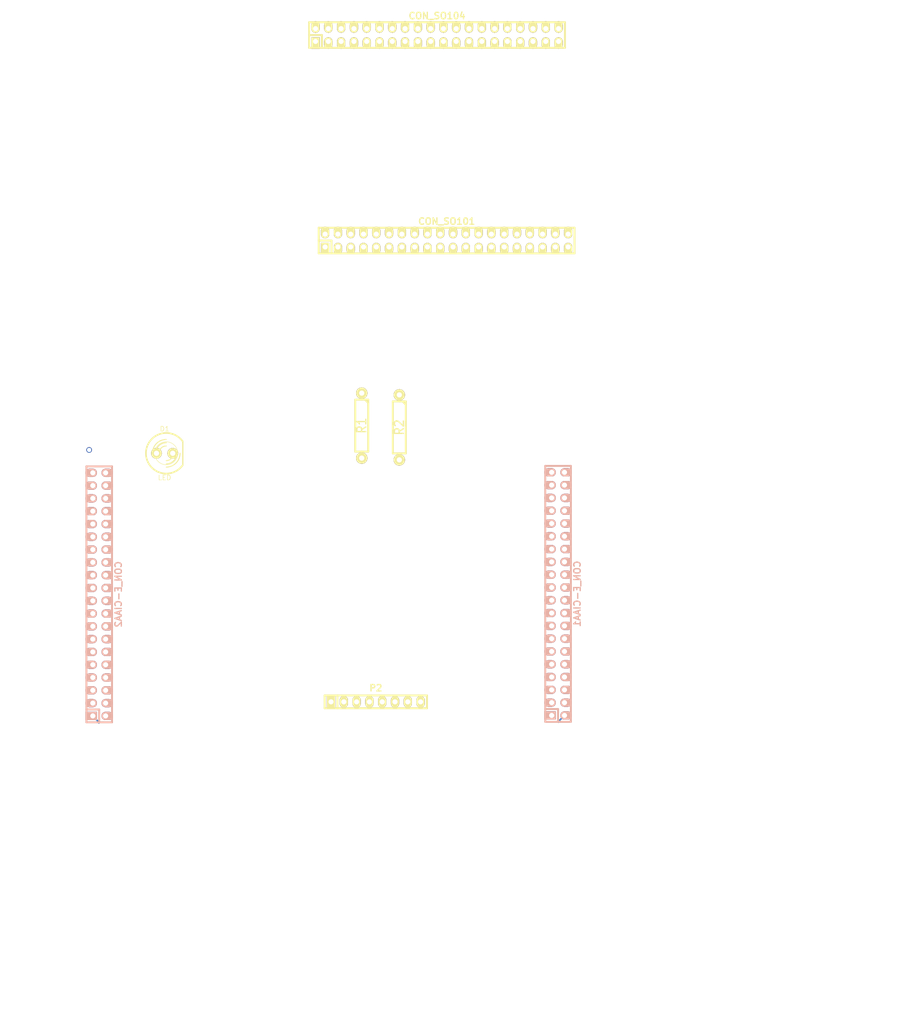
<source format=kicad_pcb>
(kicad_pcb (version 3) (host pcbnew "(2013-jul-07)-stable")

  (general
    (links 66)
    (no_connects 66)
    (area 72.017858 29.4864 218.084525 191.224945)
    (thickness 1.6)
    (drawings 10)
    (tracks 26)
    (zones 0)
    (modules 8)
    (nets 14)
  )

  (page A4)
  (title_block 
    (title rescatAR)
  )

  (layers
    (15 F.Cu signal)
    (0 B.Cu signal)
    (16 B.Adhes user)
    (17 F.Adhes user)
    (18 B.Paste user)
    (19 F.Paste user)
    (20 B.SilkS user)
    (21 F.SilkS user)
    (22 B.Mask user)
    (23 F.Mask user)
    (24 Dwgs.User user)
    (25 Cmts.User user)
    (26 Eco1.User user)
    (27 Eco2.User user)
    (28 Edge.Cuts user)
  )

  (setup
    (last_trace_width 0.254)
    (trace_clearance 0.254)
    (zone_clearance 0.508)
    (zone_45_only yes)
    (trace_min 0.254)
    (segment_width 0.2)
    (edge_width 0.15)
    (via_size 0.889)
    (via_drill 0.635)
    (via_min_size 0.889)
    (via_min_drill 0.508)
    (uvia_size 0.508)
    (uvia_drill 0.127)
    (uvias_allowed no)
    (uvia_min_size 0.508)
    (uvia_min_drill 0.127)
    (pcb_text_width 0.3)
    (pcb_text_size 1 1)
    (mod_edge_width 0.15)
    (mod_text_size 1 1)
    (mod_text_width 0.15)
    (pad_size 1 1)
    (pad_drill 0.6)
    (pad_to_mask_clearance 0)
    (aux_axis_origin 0 0)
    (visible_elements FFFFFFBF)
    (pcbplotparams
      (layerselection 3178497)
      (usegerberextensions true)
      (excludeedgelayer true)
      (linewidth 0.150000)
      (plotframeref false)
      (viasonmask false)
      (mode 1)
      (useauxorigin false)
      (hpglpennumber 1)
      (hpglpenspeed 20)
      (hpglpendiameter 15)
      (hpglpenoverlay 2)
      (psnegative false)
      (psa4output false)
      (plotreference true)
      (plotvalue true)
      (plotothertext true)
      (plotinvisibletext false)
      (padsonsilk false)
      (subtractmaskfromsilk false)
      (outputformat 1)
      (mirror false)
      (drillshape 1)
      (scaleselection 1)
      (outputdirectory ""))
  )

  (net 0 "")
  (net 1 /GE864_ON_OFF)
  (net 2 /GE864_RESET)
  (net 3 /I2C_SCL)
  (net 4 /I2C_SDA)
  (net 5 /RS232_RXD)
  (net 6 /RS232_TXD)
  (net 7 /STATUS_LED)
  (net 8 /VCC_3.3V)
  (net 9 /VCC_3.8V)
  (net 10 /VCC_5V)
  (net 11 GND)
  (net 12 N-000005)
  (net 13 N-000007)

  (net_class Default "This is the default net class."
    (clearance 0.254)
    (trace_width 0.254)
    (via_dia 0.889)
    (via_drill 0.635)
    (uvia_dia 0.508)
    (uvia_drill 0.127)
    (add_net "")
    (add_net /GE864_ON_OFF)
    (add_net /GE864_RESET)
    (add_net /I2C_SCL)
    (add_net /I2C_SDA)
    (add_net /RS232_RXD)
    (add_net /RS232_TXD)
    (add_net /STATUS_LED)
    (add_net /VCC_3.3V)
    (add_net /VCC_3.8V)
    (add_net /VCC_5V)
    (add_net GND)
    (add_net N-000005)
    (add_net N-000007)
  )

  (module pin_strip_2mm_20x2 (layer B.Cu) (tedit 52DEC8A1) (tstamp 563CFF98)
    (at 87.3 122.775 90)
    (descr "Pin strip 2mm 20x2pin")
    (tags "CONN DEV")
    (path /5398AC33)
    (fp_text reference CON_E-CIAA2 (at 0 3 90) (layer B.SilkS)
      (effects (font (size 1.016 1.016) (thickness 0.2032)) (justify mirror))
    )
    (fp_text value CONN_20X2 (at 0 5 90) (layer B.SilkS) hide
      (effects (font (size 1.016 0.889) (thickness 0.2032)) (justify mirror))
    )
    (fp_line (start -20 0) (end -18 0) (layer B.SilkS) (width 0.3048))
    (fp_line (start 20 2) (end 20 -2) (layer B.SilkS) (width 0.3048))
    (fp_line (start 20 -2) (end -20 -2) (layer B.SilkS) (width 0.3048))
    (fp_line (start -20 2) (end 20 2) (layer B.SilkS) (width 0.3048))
    (fp_line (start -20 -2) (end -20 2) (layer B.SilkS) (width 0.3048))
    (fp_line (start -18 0) (end -18 -2) (layer B.SilkS) (width 0.3048))
    (pad 1 thru_hole rect (at -19 -1 90) (size 1.3 1.8) (drill 0.8 (offset 0 -0.25))
      (layers *.Cu *.Mask B.SilkS)
      (net 8 /VCC_3.3V)
    )
    (pad 2 thru_hole oval (at -19 1 90) (size 1.3 1.8) (drill 0.8 (offset 0 0.25))
      (layers *.Cu *.Mask B.SilkS)
      (net 10 /VCC_5V)
    )
    (pad 3 thru_hole oval (at -17 -1 90) (size 1.3 1.8) (drill 0.8 (offset 0 -0.25))
      (layers *.Cu *.Mask B.SilkS)
      (net 11 GND)
    )
    (pad 4 thru_hole oval (at -17 1 90) (size 1.3 1.8) (drill 0.8 (offset 0 0.25))
      (layers *.Cu *.Mask B.SilkS)
    )
    (pad 5 thru_hole oval (at -15 -1 90) (size 1.3 1.8) (drill 0.8 (offset 0 -0.25))
      (layers *.Cu *.Mask B.SilkS)
      (net 11 GND)
    )
    (pad 6 thru_hole oval (at -15 1 90) (size 1.3 1.8) (drill 0.8 (offset 0 0.25))
      (layers *.Cu *.Mask B.SilkS)
    )
    (pad 7 thru_hole oval (at -13 -1 90) (size 1.3 1.8) (drill 0.8 (offset 0 -0.25))
      (layers *.Cu *.Mask B.SilkS)
      (net 11 GND)
    )
    (pad 8 thru_hole oval (at -13 1 90) (size 1.3 1.8) (drill 0.8 (offset 0 0.25))
      (layers *.Cu *.Mask B.SilkS)
    )
    (pad 9 thru_hole oval (at -11 -1 90) (size 1.3 1.8) (drill 0.8 (offset 0 -0.25))
      (layers *.Cu *.Mask B.SilkS)
    )
    (pad 10 thru_hole oval (at -11 1 90) (size 1.3 1.8) (drill 0.8 (offset 0 0.25))
      (layers *.Cu *.Mask B.SilkS)
    )
    (pad 11 thru_hole oval (at -9 -1 90) (size 1.3 1.8) (drill 0.8 (offset 0 -0.25))
      (layers *.Cu *.Mask B.SilkS)
      (net 11 GND)
    )
    (pad 12 thru_hole oval (at -9 1 90) (size 1.3 1.8) (drill 0.8 (offset 0 0.25))
      (layers *.Cu *.Mask B.SilkS)
    )
    (pad 13 thru_hole oval (at -7 -1 90) (size 1.3 1.8) (drill 0.8 (offset 0 -0.25))
      (layers *.Cu *.Mask B.SilkS)
      (net 11 GND)
    )
    (pad 14 thru_hole oval (at -7 1 90) (size 1.3 1.8) (drill 0.8 (offset 0 0.25))
      (layers *.Cu *.Mask B.SilkS)
    )
    (pad 15 thru_hole oval (at -5 -1 90) (size 1.3 1.8) (drill 0.8 (offset 0 -0.25))
      (layers *.Cu *.Mask B.SilkS)
    )
    (pad 16 thru_hole oval (at -5 1 90) (size 1.3 1.8) (drill 0.8 (offset 0 0.25))
      (layers *.Cu *.Mask B.SilkS)
    )
    (pad 17 thru_hole oval (at -3 -1 90) (size 1.3 1.8) (drill 0.8 (offset 0 -0.25))
      (layers *.Cu *.Mask B.SilkS)
      (net 11 GND)
    )
    (pad 18 thru_hole oval (at -3 1 90) (size 1.3 1.8) (drill 0.8 (offset 0 0.25))
      (layers *.Cu *.Mask B.SilkS)
    )
    (pad 19 thru_hole oval (at -1 -1 90) (size 1.3 1.8) (drill 0.8 (offset 0 -0.25))
      (layers *.Cu *.Mask B.SilkS)
      (net 11 GND)
    )
    (pad 20 thru_hole oval (at -1 1 90) (size 1.3 1.8) (drill 0.8 (offset 0 0.25))
      (layers *.Cu *.Mask B.SilkS)
    )
    (pad 21 thru_hole oval (at 1 -1 90) (size 1.3 1.8) (drill 0.8 (offset 0 -0.25))
      (layers *.Cu *.Mask B.SilkS)
    )
    (pad 22 thru_hole oval (at 1 1 90) (size 1.3 1.8) (drill 0.8 (offset 0 0.25))
      (layers *.Cu *.Mask B.SilkS)
    )
    (pad 23 thru_hole oval (at 3 -1 90) (size 1.3 1.8) (drill 0.8 (offset 0 -0.25))
      (layers *.Cu *.Mask B.SilkS)
    )
    (pad 24 thru_hole oval (at 3 1 90) (size 1.3 1.8) (drill 0.8 (offset 0 0.25))
      (layers *.Cu *.Mask B.SilkS)
    )
    (pad 25 thru_hole oval (at 5 -1 90) (size 1.3 1.8) (drill 0.8 (offset 0 -0.25))
      (layers *.Cu *.Mask B.SilkS)
      (net 11 GND)
    )
    (pad 26 thru_hole oval (at 5 1 90) (size 1.3 1.8) (drill 0.8 (offset 0 0.25))
      (layers *.Cu *.Mask B.SilkS)
    )
    (pad 27 thru_hole oval (at 7 -1 90) (size 1.3 1.8) (drill 0.8 (offset 0 -0.25))
      (layers *.Cu *.Mask B.SilkS)
      (net 11 GND)
    )
    (pad 28 thru_hole oval (at 7 1 90) (size 1.3 1.8) (drill 0.8 (offset 0 0.25))
      (layers *.Cu *.Mask B.SilkS)
    )
    (pad 29 thru_hole oval (at 9 -1 90) (size 1.3 1.8) (drill 0.8 (offset 0 -0.25))
      (layers *.Cu *.Mask B.SilkS)
    )
    (pad 30 thru_hole oval (at 9 1 90) (size 1.3 1.8) (drill 0.8 (offset 0 0.25))
      (layers *.Cu *.Mask B.SilkS)
    )
    (pad 31 thru_hole oval (at 11 -1 90) (size 1.3 1.8) (drill 0.8 (offset 0 -0.25))
      (layers *.Cu *.Mask B.SilkS)
    )
    (pad 32 thru_hole oval (at 11 1 90) (size 1.3 1.8) (drill 0.8 (offset 0 0.25))
      (layers *.Cu *.Mask B.SilkS)
    )
    (pad 33 thru_hole oval (at 13 -1 90) (size 1.3 1.8) (drill 0.8 (offset 0 -0.25))
      (layers *.Cu *.Mask B.SilkS)
      (net 2 /GE864_RESET)
    )
    (pad 34 thru_hole oval (at 13 1 90) (size 1.3 1.8) (drill 0.8 (offset 0 0.25))
      (layers *.Cu *.Mask B.SilkS)
    )
    (pad 35 thru_hole oval (at 15 -1 90) (size 1.3 1.8) (drill 0.8 (offset 0 -0.25))
      (layers *.Cu *.Mask B.SilkS)
      (net 1 /GE864_ON_OFF)
    )
    (pad 36 thru_hole oval (at 15 1 90) (size 1.3 1.8) (drill 0.8 (offset 0 0.25))
      (layers *.Cu *.Mask B.SilkS)
    )
    (pad 37 thru_hole oval (at 17 -1 90) (size 1.3 1.8) (drill 0.8 (offset 0 -0.25))
      (layers *.Cu *.Mask B.SilkS)
      (net 11 GND)
    )
    (pad 38 thru_hole oval (at 17 1 90) (size 1.3 1.8) (drill 0.8 (offset 0 0.25))
      (layers *.Cu *.Mask B.SilkS)
    )
    (pad 39 thru_hole oval (at 19 -1 90) (size 1.3 1.8) (drill 0.8 (offset 0 -0.25))
      (layers *.Cu *.Mask B.SilkS)
      (net 11 GND)
    )
    (pad 40 thru_hole oval (at 19 1 90) (size 1.3 1.8) (drill 0.8 (offset 0 0.25))
      (layers *.Cu *.Mask B.SilkS)
    )
    (model walter/pin_strip/pin_strip_2mm_20x2.wrl
      (at (xyz 0 0 0))
      (scale (xyz 1 1 1))
      (rotate (xyz 0 0 0))
    )
  )

  (module R4-LARGE_PADS (layer F.Cu) (tedit 47E2673E) (tstamp 563CF0B0)
    (at 128.35 96.4 270)
    (descr "Resitance 4 pas")
    (tags R)
    (path /5617B2E5)
    (autoplace_cost180 10)
    (fp_text reference R1 (at 0 0 270) (layer F.SilkS)
      (effects (font (size 1.397 1.27) (thickness 0.2032)))
    )
    (fp_text value 330k (at 0 0 270) (layer F.SilkS) hide
      (effects (font (size 1.397 1.27) (thickness 0.2032)))
    )
    (fp_line (start -5.08 0) (end -4.064 0) (layer F.SilkS) (width 0.3048))
    (fp_line (start -4.064 0) (end -4.064 -1.016) (layer F.SilkS) (width 0.3048))
    (fp_line (start -4.064 -1.016) (end 4.064 -1.016) (layer F.SilkS) (width 0.3048))
    (fp_line (start 4.064 -1.016) (end 4.064 1.016) (layer F.SilkS) (width 0.3048))
    (fp_line (start 4.064 1.016) (end -4.064 1.016) (layer F.SilkS) (width 0.3048))
    (fp_line (start -4.064 1.016) (end -4.064 0) (layer F.SilkS) (width 0.3048))
    (fp_line (start -4.064 -0.508) (end -3.556 -1.016) (layer F.SilkS) (width 0.3048))
    (fp_line (start 5.08 0) (end 4.064 0) (layer F.SilkS) (width 0.3048))
    (pad 1 thru_hole circle (at -5.08 0 270) (size 1.778 1.778) (drill 0.8128)
      (layers *.Cu *.Mask F.SilkS)
      (net 7 /STATUS_LED)
    )
    (pad 2 thru_hole circle (at 5.08 0 270) (size 1.778 1.778) (drill 0.8128)
      (layers *.Cu *.Mask F.SilkS)
      (net 11 GND)
    )
    (model discret/resistor.wrl
      (at (xyz 0 0 0))
      (scale (xyz 0.4 0.4 0.4))
      (rotate (xyz 0 0 0))
    )
  )

  (module R4-LARGE_PADS (layer F.Cu) (tedit 47E2673E) (tstamp 563CF0BE)
    (at 134.225 96.675 270)
    (descr "Resitance 4 pas")
    (tags R)
    (path /5617B2F2)
    (autoplace_cost180 10)
    (fp_text reference R2 (at 0 0 270) (layer F.SilkS)
      (effects (font (size 1.397 1.27) (thickness 0.2032)))
    )
    (fp_text value 10k (at 0 0 270) (layer F.SilkS) hide
      (effects (font (size 1.397 1.27) (thickness 0.2032)))
    )
    (fp_line (start -5.08 0) (end -4.064 0) (layer F.SilkS) (width 0.3048))
    (fp_line (start -4.064 0) (end -4.064 -1.016) (layer F.SilkS) (width 0.3048))
    (fp_line (start -4.064 -1.016) (end 4.064 -1.016) (layer F.SilkS) (width 0.3048))
    (fp_line (start 4.064 -1.016) (end 4.064 1.016) (layer F.SilkS) (width 0.3048))
    (fp_line (start 4.064 1.016) (end -4.064 1.016) (layer F.SilkS) (width 0.3048))
    (fp_line (start -4.064 1.016) (end -4.064 0) (layer F.SilkS) (width 0.3048))
    (fp_line (start -4.064 -0.508) (end -3.556 -1.016) (layer F.SilkS) (width 0.3048))
    (fp_line (start 5.08 0) (end 4.064 0) (layer F.SilkS) (width 0.3048))
    (pad 1 thru_hole circle (at -5.08 0 270) (size 1.778 1.778) (drill 0.8128)
      (layers *.Cu *.Mask F.SilkS)
      (net 7 /STATUS_LED)
    )
    (pad 2 thru_hole circle (at 5.08 0 270) (size 1.778 1.778) (drill 0.8128)
      (layers *.Cu *.Mask F.SilkS)
      (net 13 N-000007)
    )
    (model discret/resistor.wrl
      (at (xyz 0 0 0))
      (scale (xyz 0.4 0.4 0.4))
      (rotate (xyz 0 0 0))
    )
  )

  (module pin_strip_2mm_20x2 (layer B.Cu) (tedit 52DEC8A1) (tstamp 563CFE66)
    (at 159.05 122.7 90)
    (descr "Pin strip 2mm 20x2pin")
    (tags "CONN DEV")
    (path /5398AC24)
    (fp_text reference CON_E-CIAA1 (at 0 3 90) (layer B.SilkS)
      (effects (font (size 1.016 1.016) (thickness 0.2032)) (justify mirror))
    )
    (fp_text value CONN_20X2 (at 0 5 90) (layer B.SilkS) hide
      (effects (font (size 1.016 0.889) (thickness 0.2032)) (justify mirror))
    )
    (fp_line (start -20 0) (end -18 0) (layer B.SilkS) (width 0.3048))
    (fp_line (start 20 2) (end 20 -2) (layer B.SilkS) (width 0.3048))
    (fp_line (start 20 -2) (end -20 -2) (layer B.SilkS) (width 0.3048))
    (fp_line (start -20 2) (end 20 2) (layer B.SilkS) (width 0.3048))
    (fp_line (start -20 -2) (end -20 2) (layer B.SilkS) (width 0.3048))
    (fp_line (start -18 0) (end -18 -2) (layer B.SilkS) (width 0.3048))
    (pad 1 thru_hole rect (at -19 -1 90) (size 1.3 1.8) (drill 0.8 (offset 0 -0.25))
      (layers *.Cu *.Mask B.SilkS)
      (net 8 /VCC_3.3V)
    )
    (pad 2 thru_hole oval (at -19 1 90) (size 1.3 1.8) (drill 0.8 (offset 0 0.25))
      (layers *.Cu *.Mask B.SilkS)
      (net 10 /VCC_5V)
    )
    (pad 3 thru_hole oval (at -17 -1 90) (size 1.3 1.8) (drill 0.8 (offset 0 -0.25))
      (layers *.Cu *.Mask B.SilkS)
    )
    (pad 4 thru_hole oval (at -17 1 90) (size 1.3 1.8) (drill 0.8 (offset 0 0.25))
      (layers *.Cu *.Mask B.SilkS)
      (net 11 GND)
    )
    (pad 5 thru_hole oval (at -15 -1 90) (size 1.3 1.8) (drill 0.8 (offset 0 -0.25))
      (layers *.Cu *.Mask B.SilkS)
    )
    (pad 6 thru_hole oval (at -15 1 90) (size 1.3 1.8) (drill 0.8 (offset 0 0.25))
      (layers *.Cu *.Mask B.SilkS)
    )
    (pad 7 thru_hole oval (at -13 -1 90) (size 1.3 1.8) (drill 0.8 (offset 0 -0.25))
      (layers *.Cu *.Mask B.SilkS)
    )
    (pad 8 thru_hole oval (at -13 1 90) (size 1.3 1.8) (drill 0.8 (offset 0 0.25))
      (layers *.Cu *.Mask B.SilkS)
    )
    (pad 9 thru_hole oval (at -11 -1 90) (size 1.3 1.8) (drill 0.8 (offset 0 -0.25))
      (layers *.Cu *.Mask B.SilkS)
    )
    (pad 10 thru_hole oval (at -11 1 90) (size 1.3 1.8) (drill 0.8 (offset 0 0.25))
      (layers *.Cu *.Mask B.SilkS)
    )
    (pad 11 thru_hole oval (at -9 -1 90) (size 1.3 1.8) (drill 0.8 (offset 0 -0.25))
      (layers *.Cu *.Mask B.SilkS)
    )
    (pad 12 thru_hole oval (at -9 1 90) (size 1.3 1.8) (drill 0.8 (offset 0 0.25))
      (layers *.Cu *.Mask B.SilkS)
    )
    (pad 13 thru_hole oval (at -7 -1 90) (size 1.3 1.8) (drill 0.8 (offset 0 -0.25))
      (layers *.Cu *.Mask B.SilkS)
    )
    (pad 14 thru_hole oval (at -7 1 90) (size 1.3 1.8) (drill 0.8 (offset 0 0.25))
      (layers *.Cu *.Mask B.SilkS)
    )
    (pad 15 thru_hole oval (at -5 -1 90) (size 1.3 1.8) (drill 0.8 (offset 0 -0.25))
      (layers *.Cu *.Mask B.SilkS)
    )
    (pad 16 thru_hole oval (at -5 1 90) (size 1.3 1.8) (drill 0.8 (offset 0 0.25))
      (layers *.Cu *.Mask B.SilkS)
    )
    (pad 17 thru_hole oval (at -3 -1 90) (size 1.3 1.8) (drill 0.8 (offset 0 -0.25))
      (layers *.Cu *.Mask B.SilkS)
    )
    (pad 18 thru_hole oval (at -3 1 90) (size 1.3 1.8) (drill 0.8 (offset 0 0.25))
      (layers *.Cu *.Mask B.SilkS)
    )
    (pad 19 thru_hole oval (at -1 -1 90) (size 1.3 1.8) (drill 0.8 (offset 0 -0.25))
      (layers *.Cu *.Mask B.SilkS)
      (net 4 /I2C_SDA)
    )
    (pad 20 thru_hole oval (at -1 1 90) (size 1.3 1.8) (drill 0.8 (offset 0 0.25))
      (layers *.Cu *.Mask B.SilkS)
      (net 11 GND)
    )
    (pad 21 thru_hole oval (at 1 -1 90) (size 1.3 1.8) (drill 0.8 (offset 0 -0.25))
      (layers *.Cu *.Mask B.SilkS)
      (net 3 /I2C_SCL)
    )
    (pad 22 thru_hole oval (at 1 1 90) (size 1.3 1.8) (drill 0.8 (offset 0 0.25))
      (layers *.Cu *.Mask B.SilkS)
      (net 11 GND)
    )
    (pad 23 thru_hole oval (at 3 -1 90) (size 1.3 1.8) (drill 0.8 (offset 0 -0.25))
      (layers *.Cu *.Mask B.SilkS)
      (net 5 /RS232_RXD)
    )
    (pad 24 thru_hole oval (at 3 1 90) (size 1.3 1.8) (drill 0.8 (offset 0 0.25))
      (layers *.Cu *.Mask B.SilkS)
      (net 11 GND)
    )
    (pad 25 thru_hole oval (at 5 -1 90) (size 1.3 1.8) (drill 0.8 (offset 0 -0.25))
      (layers *.Cu *.Mask B.SilkS)
      (net 6 /RS232_TXD)
    )
    (pad 26 thru_hole oval (at 5 1 90) (size 1.3 1.8) (drill 0.8 (offset 0 0.25))
      (layers *.Cu *.Mask B.SilkS)
      (net 11 GND)
    )
    (pad 27 thru_hole oval (at 7 -1 90) (size 1.3 1.8) (drill 0.8 (offset 0 -0.25))
      (layers *.Cu *.Mask B.SilkS)
    )
    (pad 28 thru_hole oval (at 7 1 90) (size 1.3 1.8) (drill 0.8 (offset 0 0.25))
      (layers *.Cu *.Mask B.SilkS)
      (net 11 GND)
    )
    (pad 29 thru_hole oval (at 9 -1 90) (size 1.3 1.8) (drill 0.8 (offset 0 -0.25))
      (layers *.Cu *.Mask B.SilkS)
    )
    (pad 30 thru_hole oval (at 9 1 90) (size 1.3 1.8) (drill 0.8 (offset 0 0.25))
      (layers *.Cu *.Mask B.SilkS)
      (net 11 GND)
    )
    (pad 31 thru_hole oval (at 11 -1 90) (size 1.3 1.8) (drill 0.8 (offset 0 -0.25))
      (layers *.Cu *.Mask B.SilkS)
    )
    (pad 32 thru_hole oval (at 11 1 90) (size 1.3 1.8) (drill 0.8 (offset 0 0.25))
      (layers *.Cu *.Mask B.SilkS)
      (net 11 GND)
    )
    (pad 33 thru_hole oval (at 13 -1 90) (size 1.3 1.8) (drill 0.8 (offset 0 -0.25))
      (layers *.Cu *.Mask B.SilkS)
    )
    (pad 34 thru_hole oval (at 13 1 90) (size 1.3 1.8) (drill 0.8 (offset 0 0.25))
      (layers *.Cu *.Mask B.SilkS)
    )
    (pad 35 thru_hole oval (at 15 -1 90) (size 1.3 1.8) (drill 0.8 (offset 0 -0.25))
      (layers *.Cu *.Mask B.SilkS)
    )
    (pad 36 thru_hole oval (at 15 1 90) (size 1.3 1.8) (drill 0.8 (offset 0 0.25))
      (layers *.Cu *.Mask B.SilkS)
    )
    (pad 37 thru_hole oval (at 17 -1 90) (size 1.3 1.8) (drill 0.8 (offset 0 -0.25))
      (layers *.Cu *.Mask B.SilkS)
    )
    (pad 38 thru_hole oval (at 17 1 90) (size 1.3 1.8) (drill 0.8 (offset 0 0.25))
      (layers *.Cu *.Mask B.SilkS)
      (net 11 GND)
    )
    (pad 39 thru_hole oval (at 19 -1 90) (size 1.3 1.8) (drill 0.8 (offset 0 -0.25))
      (layers *.Cu *.Mask B.SilkS)
    )
    (pad 40 thru_hole oval (at 19 1 90) (size 1.3 1.8) (drill 0.8 (offset 0 0.25))
      (layers *.Cu *.Mask B.SilkS)
      (net 11 GND)
    )
    (model walter/pin_strip/pin_strip_2mm_20x2.wrl
      (at (xyz 0 0 0))
      (scale (xyz 1 1 1))
      (rotate (xyz 0 0 0))
    )
  )

  (module pin_strip_2mm_20x2 (layer F.Cu) (tedit 52DEC8A1) (tstamp 563CF162)
    (at 140.125 35.35)
    (descr "Pin strip 2mm 20x2pin")
    (tags "CONN DEV")
    (path /56174B48)
    (fp_text reference CON_SO104 (at 0 -3) (layer F.SilkS)
      (effects (font (size 1.016 1.016) (thickness 0.2032)))
    )
    (fp_text value CONN_20X2 (at 0 -5) (layer F.SilkS) hide
      (effects (font (size 1.016 0.889) (thickness 0.2032)))
    )
    (fp_line (start -20 0) (end -18 0) (layer F.SilkS) (width 0.3048))
    (fp_line (start 20 -2) (end 20 2) (layer F.SilkS) (width 0.3048))
    (fp_line (start 20 2) (end -20 2) (layer F.SilkS) (width 0.3048))
    (fp_line (start -20 -2) (end 20 -2) (layer F.SilkS) (width 0.3048))
    (fp_line (start -20 2) (end -20 -2) (layer F.SilkS) (width 0.3048))
    (fp_line (start -18 0) (end -18 2) (layer F.SilkS) (width 0.3048))
    (pad 1 thru_hole rect (at -19 1) (size 1.3 1.8) (drill 0.8 (offset 0 0.25))
      (layers *.Cu *.Mask F.SilkS)
      (net 9 /VCC_3.8V)
    )
    (pad 2 thru_hole oval (at -19 -1) (size 1.3 1.8) (drill 0.8 (offset 0 -0.25))
      (layers *.Cu *.Mask F.SilkS)
      (net 9 /VCC_3.8V)
    )
    (pad 3 thru_hole oval (at -17 1) (size 1.3 1.8) (drill 0.8 (offset 0 0.25))
      (layers *.Cu *.Mask F.SilkS)
      (net 9 /VCC_3.8V)
    )
    (pad 4 thru_hole oval (at -17 -1) (size 1.3 1.8) (drill 0.8 (offset 0 -0.25))
      (layers *.Cu *.Mask F.SilkS)
      (net 9 /VCC_3.8V)
    )
    (pad 5 thru_hole oval (at -15 1) (size 1.3 1.8) (drill 0.8 (offset 0 0.25))
      (layers *.Cu *.Mask F.SilkS)
      (net 11 GND)
    )
    (pad 6 thru_hole oval (at -15 -1) (size 1.3 1.8) (drill 0.8 (offset 0 -0.25))
      (layers *.Cu *.Mask F.SilkS)
      (net 11 GND)
    )
    (pad 7 thru_hole oval (at -13 1) (size 1.3 1.8) (drill 0.8 (offset 0 0.25))
      (layers *.Cu *.Mask F.SilkS)
      (net 11 GND)
    )
    (pad 8 thru_hole oval (at -13 -1) (size 1.3 1.8) (drill 0.8 (offset 0 -0.25))
      (layers *.Cu *.Mask F.SilkS)
      (net 11 GND)
    )
    (pad 9 thru_hole oval (at -11 1) (size 1.3 1.8) (drill 0.8 (offset 0 0.25))
      (layers *.Cu *.Mask F.SilkS)
    )
    (pad 10 thru_hole oval (at -11 -1) (size 1.3 1.8) (drill 0.8 (offset 0 -0.25))
      (layers *.Cu *.Mask F.SilkS)
    )
    (pad 11 thru_hole oval (at -9 1) (size 1.3 1.8) (drill 0.8 (offset 0 0.25))
      (layers *.Cu *.Mask F.SilkS)
      (net 11 GND)
    )
    (pad 12 thru_hole oval (at -9 -1) (size 1.3 1.8) (drill 0.8 (offset 0 -0.25))
      (layers *.Cu *.Mask F.SilkS)
      (net 11 GND)
    )
    (pad 13 thru_hole oval (at -7 1) (size 1.3 1.8) (drill 0.8 (offset 0 0.25))
      (layers *.Cu *.Mask F.SilkS)
      (net 11 GND)
    )
    (pad 14 thru_hole oval (at -7 -1) (size 1.3 1.8) (drill 0.8 (offset 0 -0.25))
      (layers *.Cu *.Mask F.SilkS)
      (net 11 GND)
    )
    (pad 15 thru_hole oval (at -5 1) (size 1.3 1.8) (drill 0.8 (offset 0 0.25))
      (layers *.Cu *.Mask F.SilkS)
      (net 1 /GE864_ON_OFF)
    )
    (pad 16 thru_hole oval (at -5 -1) (size 1.3 1.8) (drill 0.8 (offset 0 -0.25))
      (layers *.Cu *.Mask F.SilkS)
    )
    (pad 17 thru_hole oval (at -3 1) (size 1.3 1.8) (drill 0.8 (offset 0 0.25))
      (layers *.Cu *.Mask F.SilkS)
      (net 2 /GE864_RESET)
    )
    (pad 18 thru_hole oval (at -3 -1) (size 1.3 1.8) (drill 0.8 (offset 0 -0.25))
      (layers *.Cu *.Mask F.SilkS)
    )
    (pad 19 thru_hole oval (at -1 1) (size 1.3 1.8) (drill 0.8 (offset 0 0.25))
      (layers *.Cu *.Mask F.SilkS)
    )
    (pad 20 thru_hole oval (at -1 -1) (size 1.3 1.8) (drill 0.8 (offset 0 -0.25))
      (layers *.Cu *.Mask F.SilkS)
    )
    (pad 21 thru_hole oval (at 1 1) (size 1.3 1.8) (drill 0.8 (offset 0 0.25))
      (layers *.Cu *.Mask F.SilkS)
      (net 7 /STATUS_LED)
    )
    (pad 22 thru_hole oval (at 1 -1) (size 1.3 1.8) (drill 0.8 (offset 0 -0.25))
      (layers *.Cu *.Mask F.SilkS)
    )
    (pad 23 thru_hole oval (at 3 1) (size 1.3 1.8) (drill 0.8 (offset 0 0.25))
      (layers *.Cu *.Mask F.SilkS)
    )
    (pad 24 thru_hole oval (at 3 -1) (size 1.3 1.8) (drill 0.8 (offset 0 -0.25))
      (layers *.Cu *.Mask F.SilkS)
    )
    (pad 25 thru_hole oval (at 5 1) (size 1.3 1.8) (drill 0.8 (offset 0 0.25))
      (layers *.Cu *.Mask F.SilkS)
      (net 11 GND)
    )
    (pad 26 thru_hole oval (at 5 -1) (size 1.3 1.8) (drill 0.8 (offset 0 -0.25))
      (layers *.Cu *.Mask F.SilkS)
      (net 11 GND)
    )
    (pad 27 thru_hole oval (at 7 1) (size 1.3 1.8) (drill 0.8 (offset 0 0.25))
      (layers *.Cu *.Mask F.SilkS)
      (net 11 GND)
    )
    (pad 28 thru_hole oval (at 7 -1) (size 1.3 1.8) (drill 0.8 (offset 0 -0.25))
      (layers *.Cu *.Mask F.SilkS)
      (net 11 GND)
    )
    (pad 29 thru_hole oval (at 9 1) (size 1.3 1.8) (drill 0.8 (offset 0 0.25))
      (layers *.Cu *.Mask F.SilkS)
    )
    (pad 30 thru_hole oval (at 9 -1) (size 1.3 1.8) (drill 0.8 (offset 0 -0.25))
      (layers *.Cu *.Mask F.SilkS)
    )
    (pad 31 thru_hole oval (at 11 1) (size 1.3 1.8) (drill 0.8 (offset 0 0.25))
      (layers *.Cu *.Mask F.SilkS)
    )
    (pad 32 thru_hole oval (at 11 -1) (size 1.3 1.8) (drill 0.8 (offset 0 -0.25))
      (layers *.Cu *.Mask F.SilkS)
    )
    (pad 33 thru_hole oval (at 13 1) (size 1.3 1.8) (drill 0.8 (offset 0 0.25))
      (layers *.Cu *.Mask F.SilkS)
    )
    (pad 34 thru_hole oval (at 13 -1) (size 1.3 1.8) (drill 0.8 (offset 0 -0.25))
      (layers *.Cu *.Mask F.SilkS)
    )
    (pad 35 thru_hole oval (at 15 1) (size 1.3 1.8) (drill 0.8 (offset 0 0.25))
      (layers *.Cu *.Mask F.SilkS)
    )
    (pad 36 thru_hole oval (at 15 -1) (size 1.3 1.8) (drill 0.8 (offset 0 -0.25))
      (layers *.Cu *.Mask F.SilkS)
    )
    (pad 37 thru_hole oval (at 17 1) (size 1.3 1.8) (drill 0.8 (offset 0 0.25))
      (layers *.Cu *.Mask F.SilkS)
    )
    (pad 38 thru_hole oval (at 17 -1) (size 1.3 1.8) (drill 0.8 (offset 0 -0.25))
      (layers *.Cu *.Mask F.SilkS)
      (net 11 GND)
    )
    (pad 39 thru_hole oval (at 19 1) (size 1.3 1.8) (drill 0.8 (offset 0 0.25))
      (layers *.Cu *.Mask F.SilkS)
      (net 11 GND)
    )
    (pad 40 thru_hole oval (at 19 -1) (size 1.3 1.8) (drill 0.8 (offset 0 -0.25))
      (layers *.Cu *.Mask F.SilkS)
      (net 11 GND)
    )
    (model walter/pin_strip/pin_strip_2mm_20x2.wrl
      (at (xyz 0 0 0))
      (scale (xyz 1 1 1))
      (rotate (xyz 0 0 0))
    )
  )

  (module pin_strip_2mm_20x2 (layer F.Cu) (tedit 52DEC8A1) (tstamp 563CF194)
    (at 141.625 67.475)
    (descr "Pin strip 2mm 20x2pin")
    (tags "CONN DEV")
    (path /56174B67)
    (fp_text reference CON_SO101 (at 0 -3) (layer F.SilkS)
      (effects (font (size 1.016 1.016) (thickness 0.2032)))
    )
    (fp_text value CONN_20X2 (at 0 -5) (layer F.SilkS) hide
      (effects (font (size 1.016 0.889) (thickness 0.2032)))
    )
    (fp_line (start -20 0) (end -18 0) (layer F.SilkS) (width 0.3048))
    (fp_line (start 20 -2) (end 20 2) (layer F.SilkS) (width 0.3048))
    (fp_line (start 20 2) (end -20 2) (layer F.SilkS) (width 0.3048))
    (fp_line (start -20 -2) (end 20 -2) (layer F.SilkS) (width 0.3048))
    (fp_line (start -20 2) (end -20 -2) (layer F.SilkS) (width 0.3048))
    (fp_line (start -18 0) (end -18 2) (layer F.SilkS) (width 0.3048))
    (pad 1 thru_hole rect (at -19 1) (size 1.3 1.8) (drill 0.8 (offset 0 0.25))
      (layers *.Cu *.Mask F.SilkS)
    )
    (pad 2 thru_hole oval (at -19 -1) (size 1.3 1.8) (drill 0.8 (offset 0 -0.25))
      (layers *.Cu *.Mask F.SilkS)
    )
    (pad 3 thru_hole oval (at -17 1) (size 1.3 1.8) (drill 0.8 (offset 0 0.25))
      (layers *.Cu *.Mask F.SilkS)
    )
    (pad 4 thru_hole oval (at -17 -1) (size 1.3 1.8) (drill 0.8 (offset 0 -0.25))
      (layers *.Cu *.Mask F.SilkS)
    )
    (pad 5 thru_hole oval (at -15 1) (size 1.3 1.8) (drill 0.8 (offset 0 0.25))
      (layers *.Cu *.Mask F.SilkS)
      (net 11 GND)
    )
    (pad 6 thru_hole oval (at -15 -1) (size 1.3 1.8) (drill 0.8 (offset 0 -0.25))
      (layers *.Cu *.Mask F.SilkS)
    )
    (pad 7 thru_hole oval (at -13 1) (size 1.3 1.8) (drill 0.8 (offset 0 0.25))
      (layers *.Cu *.Mask F.SilkS)
    )
    (pad 8 thru_hole oval (at -13 -1) (size 1.3 1.8) (drill 0.8 (offset 0 -0.25))
      (layers *.Cu *.Mask F.SilkS)
    )
    (pad 9 thru_hole oval (at -11 1) (size 1.3 1.8) (drill 0.8 (offset 0 0.25))
      (layers *.Cu *.Mask F.SilkS)
    )
    (pad 10 thru_hole oval (at -11 -1) (size 1.3 1.8) (drill 0.8 (offset 0 -0.25))
      (layers *.Cu *.Mask F.SilkS)
    )
    (pad 11 thru_hole oval (at -9 1) (size 1.3 1.8) (drill 0.8 (offset 0 0.25))
      (layers *.Cu *.Mask F.SilkS)
      (net 11 GND)
    )
    (pad 12 thru_hole oval (at -9 -1) (size 1.3 1.8) (drill 0.8 (offset 0 -0.25))
      (layers *.Cu *.Mask F.SilkS)
      (net 11 GND)
    )
    (pad 13 thru_hole oval (at -7 1) (size 1.3 1.8) (drill 0.8 (offset 0 0.25))
      (layers *.Cu *.Mask F.SilkS)
      (net 11 GND)
    )
    (pad 14 thru_hole oval (at -7 -1) (size 1.3 1.8) (drill 0.8 (offset 0 -0.25))
      (layers *.Cu *.Mask F.SilkS)
      (net 11 GND)
    )
    (pad 15 thru_hole oval (at -5 1) (size 1.3 1.8) (drill 0.8 (offset 0 0.25))
      (layers *.Cu *.Mask F.SilkS)
    )
    (pad 16 thru_hole oval (at -5 -1) (size 1.3 1.8) (drill 0.8 (offset 0 -0.25))
      (layers *.Cu *.Mask F.SilkS)
      (net 5 /RS232_RXD)
    )
    (pad 17 thru_hole oval (at -3 1) (size 1.3 1.8) (drill 0.8 (offset 0 0.25))
      (layers *.Cu *.Mask F.SilkS)
      (net 6 /RS232_TXD)
    )
    (pad 18 thru_hole oval (at -3 -1) (size 1.3 1.8) (drill 0.8 (offset 0 -0.25))
      (layers *.Cu *.Mask F.SilkS)
    )
    (pad 19 thru_hole oval (at -1 1) (size 1.3 1.8) (drill 0.8 (offset 0 0.25))
      (layers *.Cu *.Mask F.SilkS)
      (net 11 GND)
    )
    (pad 20 thru_hole oval (at -1 -1) (size 1.3 1.8) (drill 0.8 (offset 0 -0.25))
      (layers *.Cu *.Mask F.SilkS)
    )
    (pad 21 thru_hole oval (at 1 1) (size 1.3 1.8) (drill 0.8 (offset 0 0.25))
      (layers *.Cu *.Mask F.SilkS)
    )
    (pad 22 thru_hole oval (at 1 -1) (size 1.3 1.8) (drill 0.8 (offset 0 -0.25))
      (layers *.Cu *.Mask F.SilkS)
    )
    (pad 23 thru_hole oval (at 3 1) (size 1.3 1.8) (drill 0.8 (offset 0 0.25))
      (layers *.Cu *.Mask F.SilkS)
    )
    (pad 24 thru_hole oval (at 3 -1) (size 1.3 1.8) (drill 0.8 (offset 0 -0.25))
      (layers *.Cu *.Mask F.SilkS)
    )
    (pad 25 thru_hole oval (at 5 1) (size 1.3 1.8) (drill 0.8 (offset 0 0.25))
      (layers *.Cu *.Mask F.SilkS)
      (net 11 GND)
    )
    (pad 26 thru_hole oval (at 5 -1) (size 1.3 1.8) (drill 0.8 (offset 0 -0.25))
      (layers *.Cu *.Mask F.SilkS)
      (net 11 GND)
    )
    (pad 27 thru_hole oval (at 7 1) (size 1.3 1.8) (drill 0.8 (offset 0 0.25))
      (layers *.Cu *.Mask F.SilkS)
      (net 11 GND)
    )
    (pad 28 thru_hole oval (at 7 -1) (size 1.3 1.8) (drill 0.8 (offset 0 -0.25))
      (layers *.Cu *.Mask F.SilkS)
      (net 11 GND)
    )
    (pad 29 thru_hole oval (at 9 1) (size 1.3 1.8) (drill 0.8 (offset 0 0.25))
      (layers *.Cu *.Mask F.SilkS)
    )
    (pad 30 thru_hole oval (at 9 -1) (size 1.3 1.8) (drill 0.8 (offset 0 -0.25))
      (layers *.Cu *.Mask F.SilkS)
    )
    (pad 31 thru_hole oval (at 11 1) (size 1.3 1.8) (drill 0.8 (offset 0 0.25))
      (layers *.Cu *.Mask F.SilkS)
    )
    (pad 32 thru_hole oval (at 11 -1) (size 1.3 1.8) (drill 0.8 (offset 0 -0.25))
      (layers *.Cu *.Mask F.SilkS)
    )
    (pad 33 thru_hole oval (at 13 1) (size 1.3 1.8) (drill 0.8 (offset 0 0.25))
      (layers *.Cu *.Mask F.SilkS)
    )
    (pad 34 thru_hole oval (at 13 -1) (size 1.3 1.8) (drill 0.8 (offset 0 -0.25))
      (layers *.Cu *.Mask F.SilkS)
    )
    (pad 35 thru_hole oval (at 15 1) (size 1.3 1.8) (drill 0.8 (offset 0 0.25))
      (layers *.Cu *.Mask F.SilkS)
    )
    (pad 36 thru_hole oval (at 15 -1) (size 1.3 1.8) (drill 0.8 (offset 0 -0.25))
      (layers *.Cu *.Mask F.SilkS)
    )
    (pad 37 thru_hole oval (at 17 1) (size 1.3 1.8) (drill 0.8 (offset 0 0.25))
      (layers *.Cu *.Mask F.SilkS)
    )
    (pad 38 thru_hole oval (at 17 -1) (size 1.3 1.8) (drill 0.8 (offset 0 -0.25))
      (layers *.Cu *.Mask F.SilkS)
      (net 11 GND)
    )
    (pad 39 thru_hole oval (at 19 1) (size 1.3 1.8) (drill 0.8 (offset 0 0.25))
      (layers *.Cu *.Mask F.SilkS)
      (net 11 GND)
    )
    (pad 40 thru_hole oval (at 19 -1) (size 1.3 1.8) (drill 0.8 (offset 0 -0.25))
      (layers *.Cu *.Mask F.SilkS)
      (net 11 GND)
    )
    (model walter/pin_strip/pin_strip_2mm_20x2.wrl
      (at (xyz 0 0 0))
      (scale (xyz 1 1 1))
      (rotate (xyz 0 0 0))
    )
  )

  (module pin_socket_2mm_8 (layer F.Cu) (tedit 52DD7E5A) (tstamp 563CF1A5)
    (at 130.55 139.575)
    (descr "Pin socket 2mm 8pin")
    (tags "CONN DEV")
    (path /56167705)
    (fp_text reference P2 (at 0 -2.159) (layer F.SilkS)
      (effects (font (size 1.016 1.016) (thickness 0.2032)))
    )
    (fp_text value CONN_8 (at 0.254 -3.556) (layer F.SilkS) hide
      (effects (font (size 1.016 0.889) (thickness 0.2032)))
    )
    (fp_line (start 8 -1) (end 8 1) (layer F.SilkS) (width 0.3048))
    (fp_line (start 8 1) (end -8 1) (layer F.SilkS) (width 0.3048))
    (fp_line (start -8 -1) (end 8 -1) (layer F.SilkS) (width 0.3048))
    (fp_line (start -8 1) (end -8 -1) (layer F.SilkS) (width 0.3048))
    (fp_line (start -6 -1) (end -6 1) (layer F.SilkS) (width 0.3048))
    (pad 1 thru_hole rect (at -7 0) (size 1.3 1.8) (drill 0.8)
      (layers *.Cu *.Mask F.SilkS)
      (net 10 /VCC_5V)
    )
    (pad 2 thru_hole oval (at -5 0) (size 1.3 1.8) (drill 0.8)
      (layers *.Cu *.Mask F.SilkS)
      (net 11 GND)
    )
    (pad 3 thru_hole oval (at -3 0) (size 1.3 1.8) (drill 0.8)
      (layers *.Cu *.Mask F.SilkS)
      (net 3 /I2C_SCL)
    )
    (pad 4 thru_hole oval (at -1 0) (size 1.3 1.8) (drill 0.8)
      (layers *.Cu *.Mask F.SilkS)
      (net 4 /I2C_SDA)
    )
    (pad 5 thru_hole oval (at 1 0) (size 1.3 1.8) (drill 0.8)
      (layers *.Cu *.Mask F.SilkS)
    )
    (pad 6 thru_hole oval (at 3 0) (size 1.3 1.8) (drill 0.8)
      (layers *.Cu *.Mask F.SilkS)
    )
    (pad 7 thru_hole oval (at 5 0) (size 1.3 1.8) (drill 0.8)
      (layers *.Cu *.Mask F.SilkS)
      (net 11 GND)
    )
    (pad 8 thru_hole oval (at 7 0) (size 1.3 1.8) (drill 0.8)
      (layers *.Cu *.Mask F.SilkS)
    )
    (model walter/pin_strip/pin_socket_2mm_8.wrl
      (at (xyz 0 0 0))
      (scale (xyz 1 1 1))
      (rotate (xyz 0 0 0))
    )
  )

  (module LED-5MM (layer F.Cu) (tedit 50ADE86B) (tstamp 563CF1B4)
    (at 97.525 100.725)
    (descr "LED 5mm - Lead pitch 100mil (2,54mm)")
    (tags "LED led 5mm 5MM 100mil 2,54mm")
    (path /5617B2D6)
    (fp_text reference D1 (at 0 -3.81) (layer F.SilkS)
      (effects (font (size 0.762 0.762) (thickness 0.0889)))
    )
    (fp_text value LED (at 0 3.81) (layer F.SilkS)
      (effects (font (size 0.762 0.762) (thickness 0.0889)))
    )
    (fp_line (start 2.8448 1.905) (end 2.8448 -1.905) (layer F.SilkS) (width 0.2032))
    (fp_circle (center 0.254 0) (end -1.016 1.27) (layer F.SilkS) (width 0.0762))
    (fp_arc (start 0.254 0) (end 2.794 1.905) (angle 286.2) (layer F.SilkS) (width 0.254))
    (fp_arc (start 0.254 0) (end -0.889 0) (angle 90) (layer F.SilkS) (width 0.1524))
    (fp_arc (start 0.254 0) (end 1.397 0) (angle 90) (layer F.SilkS) (width 0.1524))
    (fp_arc (start 0.254 0) (end -1.397 0) (angle 90) (layer F.SilkS) (width 0.1524))
    (fp_arc (start 0.254 0) (end 1.905 0) (angle 90) (layer F.SilkS) (width 0.1524))
    (fp_arc (start 0.254 0) (end -1.905 0) (angle 90) (layer F.SilkS) (width 0.1524))
    (fp_arc (start 0.254 0) (end 2.413 0) (angle 90) (layer F.SilkS) (width 0.1524))
    (pad 1 thru_hole circle (at -1.27 0) (size 1.6764 1.6764) (drill 0.8128)
      (layers *.Cu *.Mask F.SilkS)
      (net 10 /VCC_5V)
    )
    (pad 2 thru_hole circle (at 1.27 0) (size 1.6764 1.6764) (drill 0.8128)
      (layers *.Cu *.Mask F.SilkS)
      (net 12 N-000005)
    )
    (model discret/leds/led5_vertical_verde.wrl
      (at (xyz 0 0 0))
      (scale (xyz 1 1 1))
      (rotate (xyz 0 0 0))
    )
  )

  (dimension 7.2 (width 0.25) (layer Dwgs.User)
    (gr_text "7,200 mm" (at 76 145.4 90) (layer Dwgs.User)
      (effects (font (size 1 1) (thickness 0.25)))
    )
    (feature1 (pts (xy 80 141.8) (xy 75 141.8)))
    (feature2 (pts (xy 80 149) (xy 75 149)))
    (crossbar (pts (xy 77 149) (xy 77 141.8)))
    (arrow1a (pts (xy 77 141.8) (xy 77.58642 142.926503)))
    (arrow1b (pts (xy 77 141.8) (xy 76.41358 142.926503)))
    (arrow2a (pts (xy 77 149) (xy 77.58642 147.873497)))
    (arrow2b (pts (xy 77 149) (xy 76.41358 147.873497)))
  )
  (dimension 6.4 (width 0.25) (layer Dwgs.User)
    (gr_text "6,400 mm" (at 83.2 153.824999) (layer Dwgs.User)
      (effects (font (size 1 1) (thickness 0.25)))
    )
    (feature1 (pts (xy 86.4 149) (xy 86.4 154.824999)))
    (feature2 (pts (xy 80 149) (xy 80 154.824999)))
    (crossbar (pts (xy 80 152.824999) (xy 86.4 152.824999)))
    (arrow1a (pts (xy 86.4 152.824999) (xy 85.273497 153.411419)))
    (arrow1b (pts (xy 86.4 152.824999) (xy 85.273497 152.238579)))
    (arrow2a (pts (xy 80 152.824999) (xy 81.126503 153.411419)))
    (arrow2b (pts (xy 80 152.824999) (xy 81.126503 152.238579)))
  )
  (dimension 119 (width 0.25) (layer Dwgs.User)
    (gr_text "119,000 mm" (at 213.15 89.5 90) (layer Dwgs.User)
      (effects (font (size 1 1) (thickness 0.25)))
    )
    (feature1 (pts (xy 165 30) (xy 214.15 30)))
    (feature2 (pts (xy 165 149) (xy 214.15 149)))
    (crossbar (pts (xy 212.15 149) (xy 212.15 30)))
    (arrow1a (pts (xy 212.15 30) (xy 212.73642 31.126503)))
    (arrow1b (pts (xy 212.15 30) (xy 211.56358 31.126503)))
    (arrow2a (pts (xy 212.15 149) (xy 212.73642 147.873497)))
    (arrow2b (pts (xy 212.15 149) (xy 211.56358 147.873497)))
  )
  (gr_line (start 165 30) (end 165 149) (angle 90) (layer Cmts.User) (width 0.2))
  (gr_line (start 80 149) (end 165 149) (angle 90) (layer Cmts.User) (width 0.2))
  (gr_line (start 80 30) (end 80 149) (angle 90) (layer Cmts.User) (width 0.2))
  (gr_line (start 165 149) (end 165 149.025) (angle 90) (layer Dwgs.User) (width 0.2))
  (gr_line (start 165 30) (end 80 30) (angle 90) (layer Cmts.User) (width 0.2))
  (dimension 85 (width 0.25) (layer Dwgs.User)
    (gr_text "85,000 mm" (at 122.5 163.749999) (layer Dwgs.User)
      (effects (font (size 1 1) (thickness 0.25)))
    )
    (feature1 (pts (xy 80 149.025) (xy 80 164.749999)))
    (feature2 (pts (xy 165 149.025) (xy 165 164.749999)))
    (crossbar (pts (xy 165 162.749999) (xy 80 162.749999)))
    (arrow1a (pts (xy 80 162.749999) (xy 81.126503 162.163579)))
    (arrow1b (pts (xy 80 162.749999) (xy 81.126503 163.336419)))
    (arrow2a (pts (xy 165 162.749999) (xy 163.873497 162.163579)))
    (arrow2b (pts (xy 165 162.749999) (xy 163.873497 163.336419)))
  )
  (dimension 73.750004 (width 0.25) (layer Dwgs.User)
    (gr_text "73,750 mm" (at 123.158578 190.237444 359.9805777) (layer Dwgs.User)
      (effects (font (size 1 1) (thickness 0.25)))
    )
    (feature1 (pts (xy 160.05 141.8) (xy 160.03324 191.249944)))
    (feature2 (pts (xy 86.3 141.775) (xy 86.28324 191.224944)))
    (crossbar (pts (xy 86.283917 189.224945) (xy 160.033917 189.249945)))
    (arrow1a (pts (xy 160.033917 189.249945) (xy 158.907215 189.835983)))
    (arrow1b (pts (xy 160.033917 189.249945) (xy 158.907613 188.663143)))
    (arrow2a (pts (xy 86.283917 189.224945) (xy 87.410221 189.811747)))
    (arrow2b (pts (xy 86.283917 189.224945) (xy 87.410619 188.638907)))
  )

  (segment (start 160.05 133.7) (end 160.02 133.731) (width 0.254) (layer F.Cu) (net 0) (status 80000))
  (segment (start 160.02 133.731) (end 160.05 133.7) (width 0.254) (layer F.Cu) (net 0) (tstamp 563D0C23) (status 80000))
  (via (at 85.725 100.203) (size 0.889) (layers F.Cu B.Cu) (net 0) (status 80000))
  (segment (start 129.54 139.065) (end 129.54 139.573) (width 0.254) (layer F.Cu) (net 4) (status 80000))
  (segment (start 129.54 139.573) (end 129.55 139.575) (width 0.254) (layer F.Cu) (net 4) (tstamp 563D0D08) (status 80000))
  (segment (start 86.3 141.775) (end 86.36 141.732) (width 0.254) (layer B.Cu) (net 8) (status 80000))
  (segment (start 86.36 141.732) (end 86.36 141.859) (width 0.254) (layer B.Cu) (net 8) (status 80000))
  (segment (start 86.36 141.859) (end 87.249 142.748) (width 0.254) (layer B.Cu) (net 8) (status 80000))
  (segment (start 87.249 142.748) (end 87.249 142.875) (width 0.254) (layer B.Cu) (net 8) (status 80000))
  (segment (start 157.988 141.732) (end 158.05 141.7) (width 0.254) (layer B.Cu) (net 8) (tstamp 563D2D7A) (status 80000))
  (segment (start 123.55 139.575) (end 123.571 139.573) (width 0.254) (layer B.Cu) (net 10) (status 80000))
  (segment (start 159.131 142.748) (end 159.131 142.621) (width 0.254) (layer B.Cu) (net 10) (status 80000))
  (segment (start 159.131 142.621) (end 160.02 141.732) (width 0.254) (layer B.Cu) (net 10) (status 80000))
  (segment (start 160.02 141.732) (end 160.05 141.7) (width 0.254) (layer B.Cu) (net 10) (tstamp 563D2D2D) (status 80000))
  (segment (start 86.36 135.763) (end 86.3 135.775) (width 0.254) (layer F.Cu) (net 11) (tstamp 563D2D29) (status 80000))
  (segment (start 86.3 139.775) (end 86.36 139.827) (width 0.254) (layer F.Cu) (net 11) (status 80000))
  (segment (start 86.3 139.775) (end 86.36 139.827) (width 0.254) (layer F.Cu) (net 11) (status 80000))
  (segment (start 86.3 139.775) (end 86.36 139.827) (width 0.254) (layer F.Cu) (net 11) (status 80000))
  (segment (start 125.55 139.575) (end 125.603 139.573) (width 0.254) (layer B.Cu) (net 11) (status 80000))
  (segment (start 135.509 139.573) (end 135.55 139.575) (width 0.254) (layer B.Cu) (net 11) (tstamp 563D0C4D) (status 80000))
  (segment (start 157.099 34.29) (end 157.125 34.35) (width 0.254) (layer B.Cu) (net 11) (tstamp 563D0C48) (status 80000))
  (segment (start 135.55 139.575) (end 135.509 139.573) (width 0.254) (layer B.Cu) (net 11) (status 80000))
  (segment (start 125.603 139.573) (end 125.55 139.575) (width 0.254) (layer B.Cu) (net 11) (tstamp 563D0C46) (status 80000))
  (segment (start 160.02 139.7) (end 160.05 139.7) (width 0.254) (layer F.Cu) (net 11) (tstamp 563D0C42) (status 80000))
  (segment (start 160.05 139.7) (end 160.02 139.7) (width 0.254) (layer F.Cu) (net 11) (status 80000))
  (segment (start 157.125 34.35) (end 157.099 34.29) (width 0.254) (layer B.Cu) (net 11) (status 80000))

)

</source>
